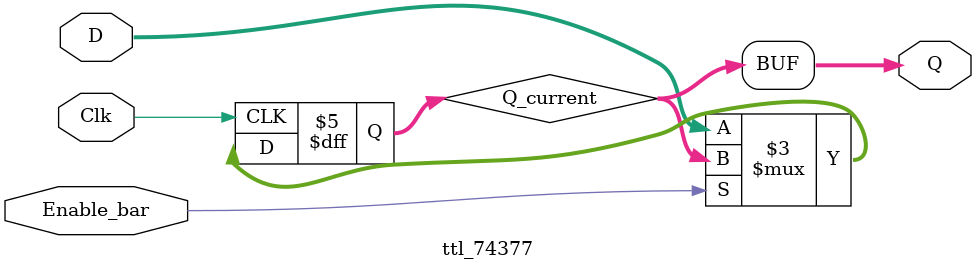
<source format=v>


module ttl_74377 #(parameter WIDTH = 8, DELAY_RISE = 0, DELAY_FALL = 0)
(
  input Enable_bar,
  input [WIDTH-1:0] D,
  input Clk,
  output [WIDTH-1:0] Q
);

//------------------------------------------------//
reg [WIDTH-1:0] Q_current;

always @(posedge Clk)
begin
  if (!Enable_bar)
    Q_current <= D;
end
//------------------------------------------------//

assign #(DELAY_RISE, DELAY_FALL) Q = Q_current;

endmodule

</source>
